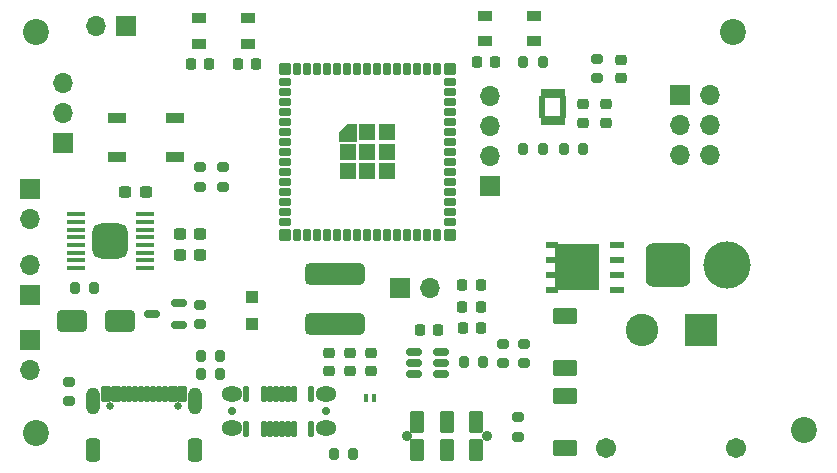
<source format=gbr>
%TF.GenerationSoftware,KiCad,Pcbnew,8.0.6*%
%TF.CreationDate,2024-12-20T17:35:20-08:00*%
%TF.ProjectId,roomba,726f6f6d-6261-42e6-9b69-6361645f7063,rev?*%
%TF.SameCoordinates,Original*%
%TF.FileFunction,Soldermask,Top*%
%TF.FilePolarity,Negative*%
%FSLAX46Y46*%
G04 Gerber Fmt 4.6, Leading zero omitted, Abs format (unit mm)*
G04 Created by KiCad (PCBNEW 8.0.6) date 2024-12-20 17:35:20*
%MOMM*%
%LPD*%
G01*
G04 APERTURE LIST*
G04 Aperture macros list*
%AMRoundRect*
0 Rectangle with rounded corners*
0 $1 Rounding radius*
0 $2 $3 $4 $5 $6 $7 $8 $9 X,Y pos of 4 corners*
0 Add a 4 corners polygon primitive as box body*
4,1,4,$2,$3,$4,$5,$6,$7,$8,$9,$2,$3,0*
0 Add four circle primitives for the rounded corners*
1,1,$1+$1,$2,$3*
1,1,$1+$1,$4,$5*
1,1,$1+$1,$6,$7*
1,1,$1+$1,$8,$9*
0 Add four rect primitives between the rounded corners*
20,1,$1+$1,$2,$3,$4,$5,0*
20,1,$1+$1,$4,$5,$6,$7,0*
20,1,$1+$1,$6,$7,$8,$9,0*
20,1,$1+$1,$8,$9,$2,$3,0*%
G04 Aperture macros list end*
%ADD10C,0.010000*%
%ADD11RoundRect,0.050000X0.150000X0.300000X-0.150000X0.300000X-0.150000X-0.300000X0.150000X-0.300000X0*%
%ADD12RoundRect,0.200000X0.200000X0.275000X-0.200000X0.275000X-0.200000X-0.275000X0.200000X-0.275000X0*%
%ADD13RoundRect,0.475000X2.075000X-0.475000X2.075000X0.475000X-2.075000X0.475000X-2.075000X-0.475000X0*%
%ADD14R,1.000000X1.000000*%
%ADD15R,1.700000X1.700000*%
%ADD16O,1.700000X1.700000*%
%ADD17R,1.500000X0.450000*%
%ADD18C,0.450000*%
%ADD19RoundRect,0.750000X-0.750000X-0.750000X0.750000X-0.750000X0.750000X0.750000X-0.750000X0.750000X0*%
%ADD20RoundRect,0.150000X-0.512500X-0.150000X0.512500X-0.150000X0.512500X0.150000X-0.512500X0.150000X0*%
%ADD21RoundRect,0.102000X0.500000X0.800000X-0.500000X0.800000X-0.500000X-0.800000X0.500000X-0.800000X0*%
%ADD22RoundRect,0.102000X-0.500000X-0.800000X0.500000X-0.800000X0.500000X0.800000X-0.500000X0.800000X0*%
%ADD23C,0.900000*%
%ADD24RoundRect,0.200000X-0.275000X0.200000X-0.275000X-0.200000X0.275000X-0.200000X0.275000X0.200000X0*%
%ADD25RoundRect,0.200000X0.275000X-0.200000X0.275000X0.200000X-0.275000X0.200000X-0.275000X-0.200000X0*%
%ADD26RoundRect,0.200000X-0.200000X-0.275000X0.200000X-0.275000X0.200000X0.275000X-0.200000X0.275000X0*%
%ADD27RoundRect,0.150000X0.512500X0.150000X-0.512500X0.150000X-0.512500X-0.150000X0.512500X-0.150000X0*%
%ADD28O,1.804000X1.304000*%
%ADD29RoundRect,0.102000X-0.150000X-0.575000X0.150000X-0.575000X0.150000X0.575000X-0.150000X0.575000X0*%
%ADD30C,0.710000*%
%ADD31RoundRect,0.301000X-0.301000X-0.701000X0.301000X-0.701000X0.301000X0.701000X-0.301000X0.701000X0*%
%ADD32O,1.204000X2.304000*%
%ADD33RoundRect,0.102000X-0.300000X-0.575000X0.300000X-0.575000X0.300000X0.575000X-0.300000X0.575000X0*%
%ADD34C,0.650000*%
%ADD35C,2.200000*%
%ADD36RoundRect,0.250000X-1.000000X-0.650000X1.000000X-0.650000X1.000000X0.650000X-1.000000X0.650000X0*%
%ADD37RoundRect,0.218750X0.256250X-0.218750X0.256250X0.218750X-0.256250X0.218750X-0.256250X-0.218750X0*%
%ADD38RoundRect,0.090000X-0.660000X-0.360000X0.660000X-0.360000X0.660000X0.360000X-0.660000X0.360000X0*%
%ADD39RoundRect,0.225000X-0.225000X-0.250000X0.225000X-0.250000X0.225000X0.250000X-0.225000X0.250000X0*%
%ADD40RoundRect,0.225000X0.250000X-0.225000X0.250000X0.225000X-0.250000X0.225000X-0.250000X-0.225000X0*%
%ADD41RoundRect,0.225000X-0.250000X0.225000X-0.250000X-0.225000X0.250000X-0.225000X0.250000X0.225000X0*%
%ADD42RoundRect,0.237500X-0.300000X-0.237500X0.300000X-0.237500X0.300000X0.237500X-0.300000X0.237500X0*%
%ADD43RoundRect,0.225000X0.225000X0.250000X-0.225000X0.250000X-0.225000X-0.250000X0.225000X-0.250000X0*%
%ADD44RoundRect,0.102000X-0.525000X-0.325000X0.525000X-0.325000X0.525000X0.325000X-0.525000X0.325000X0*%
%ADD45RoundRect,0.102000X-0.400000X-0.400000X0.400000X-0.400000X0.400000X0.400000X-0.400000X0.400000X0*%
%ADD46RoundRect,0.102000X-0.600000X-0.600000X0.600000X-0.600000X0.600000X0.600000X-0.600000X0.600000X0*%
%ADD47RoundRect,0.102000X-0.200000X-0.400000X0.200000X-0.400000X0.200000X0.400000X-0.200000X0.400000X0*%
%ADD48RoundRect,0.102000X-0.400000X-0.200000X0.400000X-0.200000X0.400000X0.200000X-0.400000X0.200000X0*%
%ADD49C,4.000000*%
%ADD50RoundRect,0.760000X-1.140000X-1.140000X1.140000X-1.140000X1.140000X1.140000X-1.140000X1.140000X0*%
%ADD51R,1.020000X0.610000*%
%ADD52R,3.810000X3.910000*%
%ADD53R,1.270000X0.610000*%
%ADD54RoundRect,0.102000X1.275000X1.275000X-1.275000X1.275000X-1.275000X-1.275000X1.275000X-1.275000X0*%
%ADD55C,1.712000*%
%ADD56C,2.754000*%
%ADD57RoundRect,0.250000X0.800000X-0.450000X0.800000X0.450000X-0.800000X0.450000X-0.800000X-0.450000X0*%
%ADD58RoundRect,0.250000X-0.800000X0.450000X-0.800000X-0.450000X0.800000X-0.450000X0.800000X0.450000X0*%
G04 APERTURE END LIST*
D10*
%TO.C,Accelerometer1*%
X166875000Y-97115000D02*
X166425000Y-97115000D01*
X166425000Y-96405000D01*
X166875000Y-96405000D01*
X166875000Y-97115000D01*
G36*
X166875000Y-97115000D02*
G01*
X166425000Y-97115000D01*
X166425000Y-96405000D01*
X166875000Y-96405000D01*
X166875000Y-97115000D01*
G37*
X167375000Y-97115000D02*
X166925000Y-97115000D01*
X166925000Y-96405000D01*
X167375000Y-96405000D01*
X167375000Y-97115000D01*
G36*
X167375000Y-97115000D02*
G01*
X166925000Y-97115000D01*
X166925000Y-96405000D01*
X167375000Y-96405000D01*
X167375000Y-97115000D01*
G37*
X167875000Y-97115000D02*
X167425000Y-97115000D01*
X167425000Y-96405000D01*
X167875000Y-96405000D01*
X167875000Y-97115000D01*
G36*
X167875000Y-97115000D02*
G01*
X167425000Y-97115000D01*
X167425000Y-96405000D01*
X167875000Y-96405000D01*
X167875000Y-97115000D01*
G37*
X168375000Y-97115000D02*
X167925000Y-97115000D01*
X167925000Y-96405000D01*
X168375000Y-96405000D01*
X168375000Y-97115000D01*
G36*
X168375000Y-97115000D02*
G01*
X167925000Y-97115000D01*
X167925000Y-96405000D01*
X168375000Y-96405000D01*
X168375000Y-97115000D01*
G37*
X166710000Y-96455000D02*
X166260000Y-96455000D01*
X166260000Y-95745000D01*
X166710000Y-95745000D01*
X166710000Y-96455000D01*
G36*
X166710000Y-96455000D02*
G01*
X166260000Y-96455000D01*
X166260000Y-95745000D01*
X166710000Y-95745000D01*
X166710000Y-96455000D01*
G37*
X168540000Y-96455000D02*
X168090000Y-96455000D01*
X168090000Y-95745000D01*
X168540000Y-95745000D01*
X168540000Y-96455000D01*
G36*
X168540000Y-96455000D02*
G01*
X168090000Y-96455000D01*
X168090000Y-95745000D01*
X168540000Y-95745000D01*
X168540000Y-96455000D01*
G37*
X166710000Y-95955000D02*
X166260000Y-95955000D01*
X166260000Y-95245000D01*
X166710000Y-95245000D01*
X166710000Y-95955000D01*
G36*
X166710000Y-95955000D02*
G01*
X166260000Y-95955000D01*
X166260000Y-95245000D01*
X166710000Y-95245000D01*
X166710000Y-95955000D01*
G37*
X168540000Y-95955000D02*
X168090000Y-95955000D01*
X168090000Y-95245000D01*
X168540000Y-95245000D01*
X168540000Y-95955000D01*
G36*
X168540000Y-95955000D02*
G01*
X168090000Y-95955000D01*
X168090000Y-95245000D01*
X168540000Y-95245000D01*
X168540000Y-95955000D01*
G37*
X166710000Y-95455000D02*
X166260000Y-95455000D01*
X166260000Y-94745000D01*
X166710000Y-94745000D01*
X166710000Y-95455000D01*
G36*
X166710000Y-95455000D02*
G01*
X166260000Y-95455000D01*
X166260000Y-94745000D01*
X166710000Y-94745000D01*
X166710000Y-95455000D01*
G37*
X168540000Y-95455000D02*
X168090000Y-95455000D01*
X168090000Y-94745000D01*
X168540000Y-94745000D01*
X168540000Y-95455000D01*
G36*
X168540000Y-95455000D02*
G01*
X168090000Y-95455000D01*
X168090000Y-94745000D01*
X168540000Y-94745000D01*
X168540000Y-95455000D01*
G37*
X166875000Y-94795000D02*
X166425000Y-94795000D01*
X166425000Y-94085000D01*
X166875000Y-94085000D01*
X166875000Y-94795000D01*
G36*
X166875000Y-94795000D02*
G01*
X166425000Y-94795000D01*
X166425000Y-94085000D01*
X166875000Y-94085000D01*
X166875000Y-94795000D01*
G37*
X167375000Y-94795000D02*
X166925000Y-94795000D01*
X166925000Y-94085000D01*
X167375000Y-94085000D01*
X167375000Y-94795000D01*
G36*
X167375000Y-94795000D02*
G01*
X166925000Y-94795000D01*
X166925000Y-94085000D01*
X167375000Y-94085000D01*
X167375000Y-94795000D01*
G37*
X167875000Y-94795000D02*
X167425000Y-94795000D01*
X167425000Y-94085000D01*
X167875000Y-94085000D01*
X167875000Y-94795000D01*
G36*
X167875000Y-94795000D02*
G01*
X167425000Y-94795000D01*
X167425000Y-94085000D01*
X167875000Y-94085000D01*
X167875000Y-94795000D01*
G37*
X168375000Y-94795000D02*
X167925000Y-94795000D01*
X167925000Y-94085000D01*
X168375000Y-94085000D01*
X168375000Y-94795000D01*
G36*
X168375000Y-94795000D02*
G01*
X167925000Y-94795000D01*
X167925000Y-94085000D01*
X168375000Y-94085000D01*
X168375000Y-94795000D01*
G37*
%TO.C,MCU1*%
X150800000Y-98500000D02*
X149400000Y-98500000D01*
X149400000Y-97750000D01*
X150050000Y-97100000D01*
X150800000Y-97100000D01*
X150800000Y-98500000D01*
G36*
X150800000Y-98500000D02*
G01*
X149400000Y-98500000D01*
X149400000Y-97750000D01*
X150050000Y-97100000D01*
X150800000Y-97100000D01*
X150800000Y-98500000D01*
G37*
%TD*%
D11*
%TO.C,D5*%
X152350000Y-120250000D03*
X151650000Y-120250000D03*
%TD*%
D12*
%TO.C,R16*%
X161575000Y-117250000D03*
X159925000Y-117250000D03*
%TD*%
D13*
%TO.C,L1*%
X149000000Y-109800000D03*
X149000000Y-114000000D03*
%TD*%
D14*
%TO.C,TP4*%
X142000000Y-114000000D03*
%TD*%
%TO.C,TP3*%
X142000000Y-111750000D03*
%TD*%
D15*
%TO.C,U3*%
X162120000Y-102340000D03*
D16*
X162120000Y-99800000D03*
X162120000Y-97260000D03*
X162120000Y-94720000D03*
%TD*%
D17*
%TO.C,U2*%
X127100000Y-104725000D03*
X127100000Y-105375000D03*
X127100000Y-106025000D03*
X127100000Y-106675000D03*
X127100000Y-107325000D03*
X127100000Y-107975000D03*
X127100000Y-108625000D03*
X127100000Y-109275000D03*
X132900000Y-109275000D03*
X132900000Y-108625000D03*
X132900000Y-107975000D03*
X132900000Y-107325000D03*
X132900000Y-106675000D03*
X132900000Y-106025000D03*
X132900000Y-105375000D03*
X132900000Y-104725000D03*
D18*
X131000000Y-106000000D03*
X129000000Y-106000000D03*
X130000000Y-107000000D03*
D19*
X130000000Y-107000000D03*
D18*
X131000000Y-108000000D03*
X129000000Y-108000000D03*
%TD*%
D20*
%TO.C,U1*%
X158000000Y-116350000D03*
X158000000Y-117300000D03*
X158000000Y-118250000D03*
X155725000Y-118250000D03*
X155725000Y-117300000D03*
X155725000Y-116350000D03*
%TD*%
D21*
%TO.C,SW3*%
X161000000Y-124700000D03*
D22*
X161000000Y-122300000D03*
D21*
X158500000Y-124700000D03*
D22*
X158500000Y-122300000D03*
D21*
X156000000Y-124700000D03*
D22*
X156000000Y-122300000D03*
D23*
X161900000Y-123500000D03*
X155100000Y-123500000D03*
%TD*%
D24*
%TO.C,R15*%
X164500000Y-123575000D03*
X164500000Y-121925000D03*
%TD*%
%TO.C,R14*%
X139510000Y-100750000D03*
X139510000Y-102400000D03*
%TD*%
D25*
%TO.C,R13*%
X137600000Y-100750000D03*
X137600000Y-102400000D03*
%TD*%
D26*
%TO.C,R12*%
X170025000Y-99200000D03*
X168375000Y-99200000D03*
%TD*%
D12*
%TO.C,R11*%
X166625000Y-99200000D03*
X164975000Y-99200000D03*
%TD*%
D25*
%TO.C,R10*%
X165030000Y-115675000D03*
X165030000Y-117325000D03*
%TD*%
D24*
%TO.C,R9*%
X126500000Y-120575000D03*
X126500000Y-118925000D03*
%TD*%
D26*
%TO.C,R8*%
X139325000Y-116750000D03*
X137675000Y-116750000D03*
%TD*%
D25*
%TO.C,R7*%
X137600000Y-114025000D03*
X137600000Y-112375000D03*
%TD*%
D24*
%TO.C,R6*%
X163250000Y-117325000D03*
X163250000Y-115675000D03*
%TD*%
D26*
%TO.C,R5*%
X126975000Y-111000000D03*
X128625000Y-111000000D03*
%TD*%
D25*
%TO.C,R3*%
X171200000Y-91550000D03*
X171200000Y-93200000D03*
%TD*%
D26*
%TO.C,R2*%
X150575000Y-125010750D03*
X148925000Y-125010750D03*
%TD*%
D12*
%TO.C,R1*%
X137675000Y-118250000D03*
X139325000Y-118250000D03*
%TD*%
D27*
%TO.C,Q1*%
X135800000Y-114100000D03*
X135800000Y-112200000D03*
X133525000Y-113150000D03*
%TD*%
D15*
%TO.C,M3*%
X123200000Y-115400000D03*
D16*
X123200000Y-117940000D03*
%TD*%
%TO.C,M2*%
X123200000Y-109000000D03*
D15*
X123200000Y-111540000D03*
%TD*%
%TO.C,M1*%
X123200000Y-102600000D03*
D16*
X123200000Y-105140000D03*
%TD*%
%TO.C,J7*%
X157040000Y-111000000D03*
D15*
X154500000Y-111000000D03*
%TD*%
%TO.C,J6*%
X131340000Y-88800000D03*
D16*
X128800000Y-88800000D03*
%TD*%
D28*
%TO.C,J4*%
X148275000Y-122840750D03*
X140275000Y-122840750D03*
X148275000Y-119980750D03*
X140275000Y-119980750D03*
D29*
X141525000Y-122895750D03*
X143025000Y-122895750D03*
X143525000Y-122895750D03*
X144025000Y-122895750D03*
X144525000Y-122895750D03*
X145025000Y-122895750D03*
X145525000Y-122895750D03*
X147025000Y-122895750D03*
X147025000Y-119925750D03*
X145525000Y-119925750D03*
X145025000Y-119925750D03*
X144525000Y-119925750D03*
X144025000Y-119925750D03*
X143525000Y-119925750D03*
X143025000Y-119925750D03*
X141525000Y-119925750D03*
D30*
X148275000Y-121410750D03*
X140275000Y-121410750D03*
%TD*%
D15*
%TO.C,J2*%
X126000000Y-98680000D03*
D16*
X126000000Y-96140000D03*
X126000000Y-93600000D03*
%TD*%
D31*
%TO.C,J1*%
X137195000Y-124673250D03*
X128555000Y-124673250D03*
D32*
X137195000Y-120493250D03*
X128555000Y-120493250D03*
D29*
X131125000Y-119918250D03*
X132125000Y-119918250D03*
X133625000Y-119918250D03*
X134625000Y-119918250D03*
D33*
X135275000Y-119918250D03*
X136075000Y-119918250D03*
D29*
X134125000Y-119918250D03*
X133125000Y-119918250D03*
X132625000Y-119918250D03*
X131625000Y-119918250D03*
D33*
X130475000Y-119918250D03*
X129675000Y-119918250D03*
D34*
X135765000Y-120993250D03*
X129985000Y-120993250D03*
%TD*%
D35*
%TO.C,H5*%
X188750000Y-123000000D03*
%TD*%
D36*
%TO.C,D10*%
X126800000Y-113800000D03*
X130800000Y-113800000D03*
%TD*%
D37*
%TO.C,D9*%
X173200000Y-93200000D03*
X173200000Y-91625000D03*
%TD*%
D38*
%TO.C,D3*%
X135450000Y-96550000D03*
X135450000Y-99850000D03*
X130550000Y-99850000D03*
X130550000Y-96550000D03*
%TD*%
D39*
%TO.C,C15*%
X159802500Y-110751750D03*
X161352500Y-110751750D03*
%TD*%
%TO.C,C14*%
X159837500Y-114351750D03*
X161387500Y-114351750D03*
%TD*%
D40*
%TO.C,C13*%
X152100000Y-118025000D03*
X152100000Y-116475000D03*
%TD*%
D41*
%TO.C,C12*%
X170000000Y-95425000D03*
X170000000Y-96975000D03*
%TD*%
%TO.C,C11*%
X172000000Y-95425000D03*
X172000000Y-96975000D03*
%TD*%
D40*
%TO.C,C10*%
X150300000Y-118025000D03*
X150300000Y-116475000D03*
%TD*%
D39*
%TO.C,C9*%
X159802500Y-112571750D03*
X161352500Y-112571750D03*
%TD*%
D40*
%TO.C,C8*%
X148500000Y-118025000D03*
X148500000Y-116475000D03*
%TD*%
D42*
%TO.C,C7*%
X135875000Y-106400000D03*
X137600000Y-106400000D03*
%TD*%
%TO.C,C6*%
X135875000Y-108200000D03*
X137600000Y-108200000D03*
%TD*%
D43*
%TO.C,C5*%
X156200000Y-114500000D03*
X157750000Y-114500000D03*
%TD*%
D42*
%TO.C,C4*%
X131275000Y-102800000D03*
X133000000Y-102800000D03*
%TD*%
D43*
%TO.C,C3*%
X136825000Y-92000000D03*
X138375000Y-92000000D03*
%TD*%
D35*
%TO.C,H7*%
X123750000Y-89250000D03*
%TD*%
D26*
%TO.C,R4*%
X164975000Y-91800000D03*
X166625000Y-91800000D03*
%TD*%
D44*
%TO.C,SW1*%
X161725000Y-87925000D03*
X165875000Y-87925000D03*
X161725000Y-90075000D03*
X165875000Y-90075000D03*
%TD*%
%TO.C,SW2*%
X141675000Y-90275000D03*
X137525000Y-90275000D03*
X141675000Y-88125000D03*
X137525000Y-88125000D03*
%TD*%
D45*
%TO.C,MCU1*%
X158750000Y-92450000D03*
X158750000Y-106450000D03*
X144750000Y-106450000D03*
X144750000Y-92450000D03*
D46*
X150100000Y-99450000D03*
X150100000Y-101100000D03*
X151750000Y-101100000D03*
X153400000Y-101100000D03*
X153400000Y-99450000D03*
X153400000Y-97800000D03*
X151750000Y-97800000D03*
X151750000Y-99450000D03*
D47*
X145800000Y-92450000D03*
X146650000Y-92450000D03*
X147500000Y-92450000D03*
X148350000Y-92450000D03*
X149200000Y-92450000D03*
X150050000Y-92450000D03*
X150900000Y-92450000D03*
X151750000Y-92450000D03*
X152600000Y-92450000D03*
X153450000Y-92450000D03*
X154300000Y-92450000D03*
X155150000Y-92450000D03*
X156000000Y-92450000D03*
X156850000Y-92450000D03*
X157700000Y-92450000D03*
D48*
X158750000Y-93500000D03*
X158750000Y-94350000D03*
X158750000Y-95200000D03*
X158750000Y-96050000D03*
X158750000Y-96900000D03*
X158750000Y-97750000D03*
X158750000Y-98600000D03*
X158750000Y-99450000D03*
X158750000Y-100300000D03*
X158750000Y-101150000D03*
X158750000Y-102000000D03*
X158750000Y-102850000D03*
X158750000Y-103700000D03*
X158750000Y-104550000D03*
X158750000Y-105400000D03*
D47*
X157700000Y-106450000D03*
X156850000Y-106450000D03*
X156000000Y-106450000D03*
X155150000Y-106450000D03*
X154300000Y-106450000D03*
X153450000Y-106450000D03*
X152600000Y-106450000D03*
X151750000Y-106450000D03*
X150900000Y-106450000D03*
X150050000Y-106450000D03*
X149200000Y-106450000D03*
X148350000Y-106450000D03*
X147500000Y-106450000D03*
X146650000Y-106450000D03*
X145800000Y-106450000D03*
D48*
X144750000Y-105400000D03*
X144750000Y-104550000D03*
X144750000Y-103700000D03*
X144750000Y-102850000D03*
X144750000Y-102000000D03*
X144750000Y-101150000D03*
X144750000Y-100300000D03*
X144750000Y-99450000D03*
X144750000Y-98600000D03*
X144750000Y-97750000D03*
X144750000Y-96900000D03*
X144750000Y-96050000D03*
X144750000Y-95200000D03*
X144750000Y-94350000D03*
X144750000Y-93500000D03*
%TD*%
D39*
%TO.C,C1*%
X162575000Y-91800000D03*
X161025000Y-91800000D03*
%TD*%
D35*
%TO.C,H6*%
X182750000Y-89250000D03*
%TD*%
D39*
%TO.C,C2*%
X142375000Y-92000000D03*
X140825000Y-92000000D03*
%TD*%
D35*
%TO.C,H8*%
X123750000Y-123250000D03*
%TD*%
D49*
%TO.C,J5*%
X182250000Y-109000000D03*
D50*
X177250000Y-109000000D03*
%TD*%
D51*
%TO.C,Q9*%
X167395000Y-107285000D03*
X167395000Y-108555000D03*
X167395000Y-109825000D03*
X167395000Y-111095000D03*
D52*
X169500000Y-109190000D03*
D53*
X172860000Y-107285000D03*
X172860000Y-108555000D03*
X172860000Y-109825000D03*
X172860000Y-111095000D03*
%TD*%
D54*
%TO.C,J3*%
X180000000Y-114500000D03*
D55*
X183000000Y-124500000D03*
D56*
X175000000Y-114500000D03*
D55*
X172000000Y-124500000D03*
%TD*%
D57*
%TO.C,D2*%
X168500000Y-117750000D03*
X168500000Y-113350000D03*
%TD*%
D58*
%TO.C,D1*%
X168500000Y-120100000D03*
X168500000Y-124500000D03*
%TD*%
D15*
%TO.C,LED1*%
X178260000Y-94600000D03*
D16*
X180800000Y-94600000D03*
X178260000Y-97140000D03*
X180800000Y-97140000D03*
X178260000Y-99680000D03*
X180800000Y-99680000D03*
%TD*%
M02*

</source>
